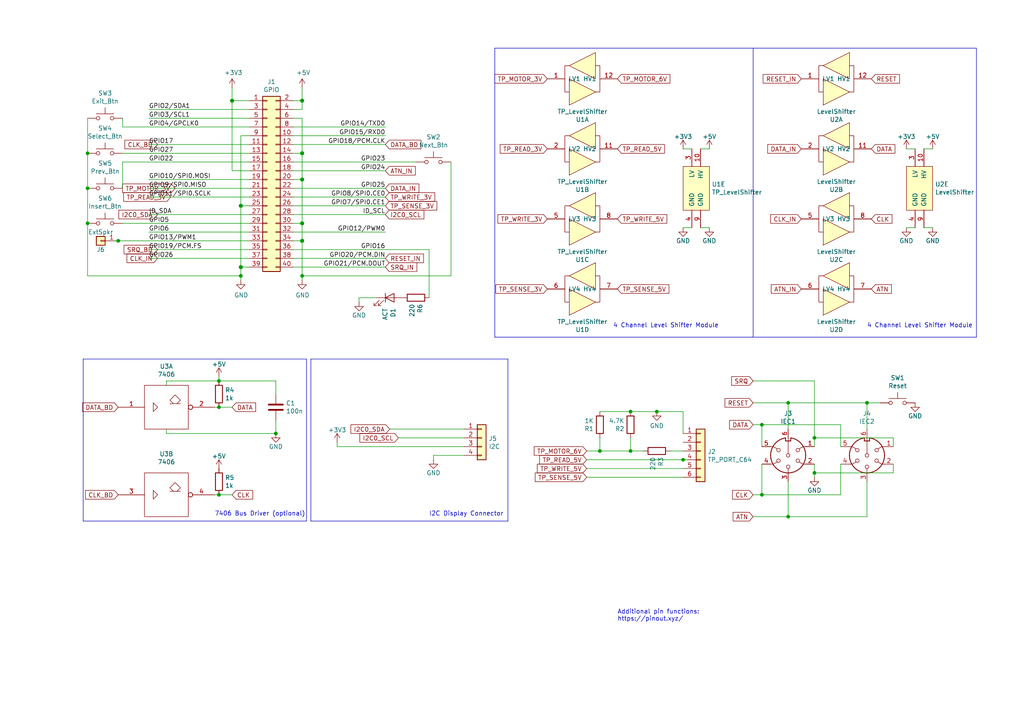
<source format=kicad_sch>
(kicad_sch (version 20230121) (generator eeschema)
  (paper "A4")
  (title_block (date "15 nov 2012"))
  (lib_symbols
    (symbol "Connector:DIN-6" (pin_names (offset 1.016))
      (property "Reference" "J" (at 3.175 5.715 0))
      (property "Value" "DIN-6" (at 4.445 -4.445 0))
      (symbol "DIN-6_0_1"
        (arc (start -5.08 0) (mid -3.8609 -3.3364) (end -0.762 -5.08) (stroke (width 0.254)))
        (circle (center -2.794 -1.524) (radius 0.508))
        (circle (center -2.794 1.524) (radius 0.508))
        (polyline (pts (xy 0 -5.08) (xy 0 -0.508)))
        (polyline (pts (xy 0 5.08) (xy 0 3.81)))
        (polyline (pts (xy -5.08 -2.54) (xy -4.318 -2.54) (xy -3.175 -1.905)))
        (polyline (pts (xy -5.08 2.54) (xy -4.318 2.54) (xy -3.175 1.905)))
        (polyline (pts (xy 5.08 -2.54) (xy 4.318 -2.54) (xy 3.175 -1.905)))
        (polyline (pts (xy 5.08 2.54) (xy 4.318 2.54) (xy 3.175 1.905)))
        (polyline (pts (xy -0.762 -4.953) (xy -0.762 -4.191) (xy 0.762 -4.191) (xy 0.762 -4.953)) (stroke (width 0.254)))
        (circle (center 0 0) (radius 0.508))
        (circle (center 0 3.302) (radius 0.508))
        (arc (start 0.762 -5.08) (mid 3.8685 -3.343) (end 5.08 0) (stroke (width 0.254)))
        (circle (center 2.794 -1.524) (radius 0.508))
        (circle (center 2.794 1.524) (radius 0.508))
        (arc (start 5.08 0) (mid 0 5.0579) (end -5.08 0) (stroke (width 0.254)))
      )
      (symbol "DIN-6_1_1"
        (pin passive line (at -7.62 -2.54 0) (length 2.54) (name "~") (number "1"))
        (pin passive line (at -7.62 2.54 0) (length 2.54) (name "~") (number "2"))
        (pin passive line (at 0 7.62 270) (length 2.54) (name "~") (number "3"))
        (pin passive line (at 7.62 2.54 180) (length 2.54) (name "~") (number "4"))
        (pin passive line (at 7.62 -2.54 180) (length 2.54) (name "~") (number "5"))
        (pin passive line (at 0 -7.62 90) (length 2.54) (name "~") (number "6"))
      )
    )
    (symbol "Connector_Generic:Conn_02x20_Odd_Even" (pin_names (offset 1.016) hide)
      (property "Reference" "J" (at 1.27 25.4 0))
      (property "Value" "Conn_02x20_Odd_Even" (at 1.27 -27.94 0))
      (symbol "Conn_02x20_Odd_Even_1_1"
        (rectangle (start -1.27 -25.273) (end 0 -25.527) (stroke (width 0.1524)))
        (rectangle (start -1.27 -22.733) (end 0 -22.987) (stroke (width 0.1524)))
        (rectangle (start -1.27 -20.193) (end 0 -20.447) (stroke (width 0.1524)))
        (rectangle (start -1.27 -17.653) (end 0 -17.907) (stroke (width 0.1524)))
        (rectangle (start -1.27 -15.113) (end 0 -15.367) (stroke (width 0.1524)))
        (rectangle (start -1.27 -12.573) (end 0 -12.827) (stroke (width 0.1524)))
        (rectangle (start -1.27 -10.033) (end 0 -10.287) (stroke (width 0.1524)))
        (rectangle (start -1.27 -7.493) (end 0 -7.747) (stroke (width 0.1524)))
        (rectangle (start -1.27 -4.953) (end 0 -5.207) (stroke (width 0.1524)))
        (rectangle (start -1.27 -2.413) (end 0 -2.667) (stroke (width 0.1524)))
        (rectangle (start -1.27 0.127) (end 0 -0.127) (stroke (width 0.1524)))
        (rectangle (start -1.27 2.667) (end 0 2.413) (stroke (width 0.1524)))
        (rectangle (start -1.27 5.207) (end 0 4.953) (stroke (width 0.1524)))
        (rectangle (start -1.27 7.747) (end 0 7.493) (stroke (width 0.1524)))
        (rectangle (start -1.27 10.287) (end 0 10.033) (stroke (width 0.1524)))
        (rectangle (start -1.27 12.827) (end 0 12.573) (stroke (width 0.1524)))
        (rectangle (start -1.27 15.367) (end 0 15.113) (stroke (width 0.1524)))
        (rectangle (start -1.27 17.907) (end 0 17.653) (stroke (width 0.1524)))
        (rectangle (start -1.27 20.447) (end 0 20.193) (stroke (width 0.1524)))
        (rectangle (start -1.27 22.987) (end 0 22.733) (stroke (width 0.1524)))
        (rectangle (start -1.27 24.13) (end 3.81 -26.67) (stroke (width 0.254)) (fill (type background)))
        (rectangle (start 3.81 -25.273) (end 2.54 -25.527) (stroke (width 0.1524)))
        (rectangle (start 3.81 -22.733) (end 2.54 -22.987) (stroke (width 0.1524)))
        (rectangle (start 3.81 -20.193) (end 2.54 -20.447) (stroke (width 0.1524)))
        (rectangle (start 3.81 -17.653) (end 2.54 -17.907) (stroke (width 0.1524)))
        (rectangle (start 3.81 -15.113) (end 2.54 -15.367) (stroke (width 0.1524)))
        (rectangle (start 3.81 -12.573) (end 2.54 -12.827) (stroke (width 0.1524)))
        (rectangle (start 3.81 -10.033) (end 2.54 -10.287) (stroke (width 0.1524)))
        (rectangle (start 3.81 -7.493) (end 2.54 -7.747) (stroke (width 0.1524)))
        (rectangle (start 3.81 -4.953) (end 2.54 -5.207) (stroke (width 0.1524)))
        (rectangle (start 3.81 -2.413) (end 2.54 -2.667) (stroke (width 0.1524)))
        (rectangle (start 3.81 0.127) (end 2.54 -0.127) (stroke (width 0.1524)))
        (rectangle (start 3.81 2.667) (end 2.54 2.413) (stroke (width 0.1524)))
        (rectangle (start 3.81 5.207) (end 2.54 4.953) (stroke (width 0.1524)))
        (rectangle (start 3.81 7.747) (end 2.54 7.493) (stroke (width 0.1524)))
        (rectangle (start 3.81 10.287) (end 2.54 10.033) (stroke (width 0.1524)))
        (rectangle (start 3.81 12.827) (end 2.54 12.573) (stroke (width 0.1524)))
        (rectangle (start 3.81 15.367) (end 2.54 15.113) (stroke (width 0.1524)))
        (rectangle (start 3.81 17.907) (end 2.54 17.653) (stroke (width 0.1524)))
        (rectangle (start 3.81 20.447) (end 2.54 20.193) (stroke (width 0.1524)))
        (rectangle (start 3.81 22.987) (end 2.54 22.733) (stroke (width 0.1524)))
        (pin passive line (at -5.08 22.86 0) (length 3.81) (name "Pin_1") (number "1"))
        (pin passive line (at 7.62 12.7 180) (length 3.81) (name "Pin_10") (number "10"))
        (pin passive line (at -5.08 10.16 0) (length 3.81) (name "Pin_11") (number "11"))
        (pin passive line (at 7.62 10.16 180) (length 3.81) (name "Pin_12") (number "12"))
        (pin passive line (at -5.08 7.62 0) (length 3.81) (name "Pin_13") (number "13"))
        (pin passive line (at 7.62 7.62 180) (length 3.81) (name "Pin_14") (number "14"))
        (pin passive line (at -5.08 5.08 0) (length 3.81) (name "Pin_15") (number "15"))
        (pin passive line (at 7.62 5.08 180) (length 3.81) (name "Pin_16") (number "16"))
        (pin passive line (at -5.08 2.54 0) (length 3.81) (name "Pin_17") (number "17"))
        (pin passive line (at 7.62 2.54 180) (length 3.81) (name "Pin_18") (number "18"))
        (pin passive line (at -5.08 0 0) (length 3.81) (name "Pin_19") (number "19"))
        (pin passive line (at 7.62 22.86 180) (length 3.81) (name "Pin_2") (number "2"))
        (pin passive line (at 7.62 0 180) (length 3.81) (name "Pin_20") (number "20"))
        (pin passive line (at -5.08 -2.54 0) (length 3.81) (name "Pin_21") (number "21"))
        (pin passive line (at 7.62 -2.54 180) (length 3.81) (name "Pin_22") (number "22"))
        (pin passive line (at -5.08 -5.08 0) (length 3.81) (name "Pin_23") (number "23"))
        (pin passive line (at 7.62 -5.08 180) (length 3.81) (name "Pin_24") (number "24"))
        (pin passive line (at -5.08 -7.62 0) (length 3.81) (name "Pin_25") (number "25"))
        (pin passive line (at 7.62 -7.62 180) (length 3.81) (name "Pin_26") (number "26"))
        (pin passive line (at -5.08 -10.16 0) (length 3.81) (name "Pin_27") (number "27"))
        (pin passive line (at 7.62 -10.16 180) (length 3.81) (name "Pin_28") (number "28"))
        (pin passive line (at -5.08 -12.7 0) (length 3.81) (name "Pin_29") (number "29"))
        (pin passive line (at -5.08 20.32 0) (length 3.81) (name "Pin_3") (number "3"))
        (pin passive line (at 7.62 -12.7 180) (length 3.81) (name "Pin_30") (number "30"))
        (pin passive line (at -5.08 -15.24 0) (length 3.81) (name "Pin_31") (number "31"))
        (pin passive line (at 7.62 -15.24 180) (length 3.81) (name "Pin_32") (number "32"))
        (pin passive line (at -5.08 -17.78 0) (length 3.81) (name "Pin_33") (number "33"))
        (pin passive line (at 7.62 -17.78 180) (length 3.81) (name "Pin_34") (number "34"))
        (pin passive line (at -5.08 -20.32 0) (length 3.81) (name "Pin_35") (number "35"))
        (pin passive line (at 7.62 -20.32 180) (length 3.81) (name "Pin_36") (number "36"))
        (pin passive line (at -5.08 -22.86 0) (length 3.81) (name "Pin_37") (number "37"))
        (pin passive line (at 7.62 -22.86 180) (length 3.81) (name "Pin_38") (number "38"))
        (pin passive line (at -5.08 -25.4 0) (length 3.81) (name "Pin_39") (number "39"))
        (pin passive line (at 7.62 20.32 180) (length 3.81) (name "Pin_4") (number "4"))
        (pin passive line (at 7.62 -25.4 180) (length 3.81) (name "Pin_40") (number "40"))
        (pin passive line (at -5.08 17.78 0) (length 3.81) (name "Pin_5") (number "5"))
        (pin passive line (at 7.62 17.78 180) (length 3.81) (name "Pin_6") (number "6"))
        (pin passive line (at -5.08 15.24 0) (length 3.81) (name "Pin_7") (number "7"))
        (pin passive line (at 7.62 15.24 180) (length 3.81) (name "Pin_8") (number "8"))
        (pin passive line (at -5.08 12.7 0) (length 3.81) (name "Pin_9") (number "9"))
      )
    )
    (symbol "Pi1541io-rescue:+3.3V-power" (power) (pin_names (offset 0))
      (property "Value" "+3.3V-power" (at 0 3.556 0))
      (symbol "+3.3V-power_0_1"
        (polyline (pts (xy -0.762 1.27) (xy 0 2.54)))
        (polyline (pts (xy 0 0) (xy 0 2.54)))
        (polyline (pts (xy 0 2.54) (xy 0.762 1.27)))
      )
      (symbol "+3.3V-power_1_1"
        (pin power_in line (at 0 0 90) (length 0) hide (name "+3V3") (number "1"))
      )
    )
    (symbol "Pi1541io-rescue:7406-Logic_TTL_IEEE" (pin_names (offset 0.762))
      (property "Reference" "U" (at 3.81 7.62 0))
      (property "Value" "Logic_TTL_IEEE:7406" (at 6.35 -8.89 0))
      (symbol "7406-Logic_TTL_IEEE_0_0"
        (polyline (pts (xy -3.81 1.27) (xy -3.81 -1.27) (xy -2.54 0) (xy -3.81 1.27) (xy -3.81 1.27)))
        (polyline (pts (xy 3.048 1.016) (xy 4.064 2.032) (xy 2.54 3.556) (xy 1.016 2.032) (xy 2.032 1.016) (xy 1.016 1.016) (xy 4.064 1.016) (xy 4.064 1.016)))
      )
      (symbol "7406-Logic_TTL_IEEE_0_1"
        (rectangle (start -6.35 6.35) (end 6.35 -6.35))
        (pin power_in line (at 0 6.35 270) (length 0) hide (name "Vcc") (number "14"))
        (pin power_in line (at 0 -6.35 90) (length 0) hide (name "Gnd") (number "7"))
      )
      (symbol "7406-Logic_TTL_IEEE_1_1"
        (pin input line (at -13.97 0 0) (length 7.62) (name "~") (number "1"))
        (pin open_collector inverted (at 13.97 0 180) (length 7.62) (name "~") (number "2"))
      )
      (symbol "7406-Logic_TTL_IEEE_2_1"
        (pin input line (at -13.97 0 0) (length 7.62) (name "~") (number "3"))
        (pin open_collector inverted (at 13.97 0 180) (length 7.62) (name "~") (number "4"))
      )
      (symbol "7406-Logic_TTL_IEEE_3_1"
        (pin input line (at -13.97 0 0) (length 7.62) (name "~") (number "5"))
        (pin open_collector inverted (at 13.97 0 180) (length 7.62) (name "~") (number "6"))
      )
      (symbol "7406-Logic_TTL_IEEE_4_1"
        (pin open_collector inverted (at 13.97 0 180) (length 7.62) (name "~") (number "8"))
        (pin input line (at -13.97 0 0) (length 7.62) (name "~") (number "9"))
      )
      (symbol "7406-Logic_TTL_IEEE_5_1"
        (pin open_collector inverted (at 13.97 0 180) (length 7.62) (name "~") (number "10"))
        (pin input line (at -13.97 0 0) (length 7.62) (name "~") (number "11"))
      )
      (symbol "7406-Logic_TTL_IEEE_6_1"
        (pin open_collector inverted (at 13.97 0 180) (length 7.62) (name "~") (number "12"))
        (pin input line (at -13.97 0 0) (length 7.62) (name "~") (number "13"))
      )
    )
    (symbol "Pi1541io-rescue:C-device" (pin_numbers hide) (pin_names (offset 0.254))
      (property "Reference" "C" (at 0.635 2.54 0))
      (property "Value" "device:C" (at 0.635 -2.54 0))
      (symbol "C-device_0_1"
        (polyline (pts (xy -2.032 -0.762) (xy 2.032 -0.762)) (stroke (width 0.508)))
        (polyline (pts (xy -2.032 0.762) (xy 2.032 0.762)) (stroke (width 0.508)))
      )
      (symbol "C-device_1_1"
        (pin passive line (at 0 3.81 270) (length 2.794) (name "~") (number "1"))
        (pin passive line (at 0 -3.81 90) (length 2.794) (name "~") (number "2"))
      )
    )
    (symbol "Pi1541io-rescue:LED-device" (pin_numbers hide) (pin_names (offset 1.016) hide)
      (property "Reference" "D" (at 0 2.54 0))
      (property "Value" "device:LED" (at 0 -2.54 0))
      (symbol "LED-device_0_1"
        (polyline (pts (xy -1.27 -1.27) (xy -1.27 1.27)) (stroke (width 0.2032)))
        (polyline (pts (xy -1.27 0) (xy 1.27 0)))
        (polyline (pts (xy 1.27 -1.27) (xy 1.27 1.27) (xy -1.27 0) (xy 1.27 -1.27)) (stroke (width 0.2032)))
        (polyline (pts (xy -3.048 -0.762) (xy -4.572 -2.286) (xy -3.81 -2.286) (xy -4.572 -2.286) (xy -4.572 -1.524)))
        (polyline (pts (xy -1.778 -0.762) (xy -3.302 -2.286) (xy -2.54 -2.286) (xy -3.302 -2.286) (xy -3.302 -1.524)))
      )
      (symbol "LED-device_1_1"
        (pin passive line (at -3.81 0 0) (length 2.54) (name "K") (number "1"))
        (pin passive line (at 3.81 0 180) (length 2.54) (name "A") (number "2"))
      )
    )
    (symbol "Pi1541io-rescue:R-device" (pin_numbers hide) (pin_names (offset 0))
      (property "Reference" "R" (at 2.032 0 90))
      (property "Value" "device:R" (at 0 0 90))
      (symbol "R-device_0_1"
        (rectangle (start -1.016 -2.54) (end 1.016 2.54) (stroke (width 0.254)))
      )
      (symbol "R-device_1_1"
        (pin passive line (at 0 3.81 270) (length 1.27) (name "~") (number "1"))
        (pin passive line (at 0 -3.81 90) (length 1.27) (name "~") (number "2"))
      )
    )
    (symbol "Pi1541io:Conn_01x04-Connector" (pin_names (offset 1.016) hide)
      (property "Reference" "J" (at 0 5.08 0))
      (property "Value" "Conn_01x04-Connector" (at 0 -7.62 0))
      (symbol "Conn_01x04-Connector_1_1"
        (rectangle (start -1.27 -4.953) (end 0 -5.207) (stroke (width 0.1524)))
        (rectangle (start -1.27 -2.413) (end 0 -2.667) (stroke (width 0.1524)))
        (rectangle (start -1.27 0.127) (end 0 -0.127) (stroke (width 0.1524)))
        (rectangle (start -1.27 2.667) (end 0 2.413) (stroke (width 0.1524)))
        (rectangle (start -1.27 3.81) (end 1.27 -6.35) (stroke (width 0.254)) (fill (type background)))
        (pin passive line (at -5.08 2.54 0) (length 3.81) (name "Pin_1") (number "1"))
        (pin passive line (at -5.08 0 0) (length 3.81) (name "Pin_2") (number "2"))
        (pin passive line (at -5.08 -2.54 0) (length 3.81) (name "Pin_3") (number "3"))
        (pin passive line (at -5.08 -5.08 0) (length 3.81) (name "Pin_4") (number "4"))
      )
    )
    (symbol "Switch:SW_Push" (pin_numbers hide) (pin_names (offset 1.016) hide)
      (property "Reference" "SW" (at 1.27 2.54 0))
      (property "Value" "SW_Push" (at 0 -1.524 0))
      (symbol "SW_Push_0_1"
        (circle (center -2.032 0) (radius 0.508))
        (polyline (pts (xy 0 1.27) (xy 0 3.048)))
        (polyline (pts (xy 2.54 1.27) (xy -2.54 1.27)))
        (circle (center 2.032 0) (radius 0.508))
        (pin passive line (at -5.08 0 0) (length 2.54) (name "1") (number "1"))
        (pin passive line (at 5.08 0 180) (length 2.54) (name "2") (number "2"))
      )
    )
    (symbol "conn:Conn_01x01" (pin_names (offset 1.016) hide)
      (property "Reference" "J" (at 0 2.54 0))
      (property "Value" "Conn_01x01" (at 0 -2.54 0))
      (symbol "Conn_01x01_1_1"
        (rectangle (start -1.27 0.127) (end 0 -0.127) (stroke (width 0.1524)))
        (rectangle (start -1.27 1.27) (end 1.27 -1.27) (stroke (width 0.254)) (fill (type background)))
        (pin passive line (at -5.08 0 0) (length 3.81) (name "Pin_1") (number "1"))
      )
    )
    (symbol "conn:Conn_01x06" (pin_names (offset 1.016) hide)
      (property "Reference" "J" (at 0 7.62 0))
      (property "Value" "Conn_01x06" (at 0 -10.16 0))
      (symbol "Conn_01x06_1_1"
        (rectangle (start -1.27 -7.493) (end 0 -7.747) (stroke (width 0.1524)))
        (rectangle (start -1.27 -4.953) (end 0 -5.207) (stroke (width 0.1524)))
        (rectangle (start -1.27 -2.413) (end 0 -2.667) (stroke (width 0.1524)))
        (rectangle (start -1.27 0.127) (end 0 -0.127) (stroke (width 0.1524)))
        (rectangle (start -1.27 2.667) (end 0 2.413) (stroke (width 0.1524)))
        (rectangle (start -1.27 5.207) (end 0 4.953) (stroke (width 0.1524)))
        (rectangle (start -1.27 6.35) (end 1.27 -8.89) (stroke (width 0.254)) (fill (type background)))
        (pin passive line (at -5.08 5.08 0) (length 3.81) (name "Pin_1") (number "1"))
        (pin passive line (at -5.08 2.54 0) (length 3.81) (name "Pin_2") (number "2"))
        (pin passive line (at -5.08 0 0) (length 3.81) (name "Pin_3") (number "3"))
        (pin passive line (at -5.08 -2.54 0) (length 3.81) (name "Pin_4") (number "4"))
        (pin passive line (at -5.08 -5.08 0) (length 3.81) (name "Pin_5") (number "5"))
        (pin passive line (at -5.08 -7.62 0) (length 3.81) (name "Pin_6") (number "6"))
      )
    )
    (symbol "hackup:LevelShifterModule4CH" (pin_names (offset 1.016))
      (property "Reference" "U" (at -6.35 5.08 0))
      (property "Value" "LevelShifterModule4CH" (at -15.24 -5.08 0))
      (symbol "LevelShifterModule4CH_1_0"
        (pin bidirectional line (at -10.16 0 0) (length 5.08) (name "LV1") (number "1"))
        (pin bidirectional line (at 10.16 0 180) (length 5.08) (name "HV1") (number "12"))
      )
      (symbol "LevelShifterModule4CH_1_1"
        (polyline (pts (xy -3.81 0) (xy 3.81 -3.81) (xy -3.81 -7.62) (xy -3.81 0)) (fill (type background)))
        (polyline (pts (xy -3.81 3.81) (xy -5.08 3.81) (xy -5.08 -3.81) (xy -3.81 -3.81)))
        (polyline (pts (xy 3.81 -3.81) (xy 5.08 -3.81) (xy 5.08 3.81) (xy 3.81 3.81)))
        (polyline (pts (xy 3.81 0) (xy -3.81 3.81) (xy 3.81 7.62) (xy 3.81 0)) (fill (type background)))
      )
      (symbol "LevelShifterModule4CH_2_0"
        (pin bidirectional line (at 10.16 0 180) (length 5.08) (name "HV2") (number "11"))
        (pin bidirectional line (at -10.16 0 0) (length 5.08) (name "LV2") (number "2"))
      )
      (symbol "LevelShifterModule4CH_2_1"
        (polyline (pts (xy -3.81 0) (xy 3.81 -3.81) (xy -3.81 -7.62) (xy -3.81 0)) (fill (type background)))
        (polyline (pts (xy -3.81 3.81) (xy -5.08 3.81) (xy -5.08 -3.81) (xy -3.81 -3.81)))
        (polyline (pts (xy 3.81 -3.81) (xy 5.08 -3.81) (xy 5.08 3.81) (xy 3.81 3.81)))
        (polyline (pts (xy 3.81 0) (xy -3.81 3.81) (xy 3.81 7.62) (xy 3.81 0)) (fill (type background)))
      )
      (symbol "LevelShifterModule4CH_3_0"
        (pin bidirectional line (at -10.16 0 0) (length 5.08) (name "LV3") (number "5"))
        (pin bidirectional line (at 10.16 0 180) (length 5.08) (name "HV3") (number "8"))
      )
      (symbol "LevelShifterModule4CH_3_1"
        (polyline (pts (xy -3.81 0) (xy 3.81 -3.81) (xy -3.81 -7.62) (xy -3.81 0)) (fill (type background)))
        (polyline (pts (xy -3.81 3.81) (xy -5.08 3.81) (xy -5.08 -3.81) (xy -3.81 -3.81)))
        (polyline (pts (xy 3.81 -3.81) (xy 5.08 -3.81) (xy 5.08 3.81) (xy 3.81 3.81)))
        (polyline (pts (xy 3.81 0) (xy -3.81 3.81) (xy 3.81 7.62) (xy 3.81 0)) (fill (type background)))
      )
      (symbol "LevelShifterModule4CH_4_0"
        (pin bidirectional line (at -10.16 0 0) (length 5.08) (name "LV4") (number "6"))
        (pin bidirectional line (at 10.16 0 180) (length 5.08) (name "HV4") (number "7"))
      )
      (symbol "LevelShifterModule4CH_4_1"
        (polyline (pts (xy -3.81 0) (xy 3.81 -3.81) (xy -3.81 -7.62) (xy -3.81 0)) (fill (type background)))
        (polyline (pts (xy -3.81 3.81) (xy -5.08 3.81) (xy -5.08 -3.81) (xy -3.81 -3.81)))
        (polyline (pts (xy 3.81 -3.81) (xy 5.08 -3.81) (xy 5.08 3.81) (xy 3.81 3.81)))
        (polyline (pts (xy 3.81 0) (xy -3.81 3.81) (xy 3.81 7.62) (xy 3.81 0)) (fill (type background)))
      )
      (symbol "LevelShifterModule4CH_5_0"
        (pin power_in line (at 1.27 11.43 270) (length 5.08) (name "HV") (number "10"))
        (pin power_in line (at -1.27 11.43 270) (length 5.08) (name "LV") (number "3"))
        (pin power_in line (at -1.27 -11.43 90) (length 5.08) (name "GND") (number "4"))
        (pin power_in line (at 1.27 -11.43 90) (length 5.08) (name "GND") (number "9"))
      )
      (symbol "LevelShifterModule4CH_5_1"
        (rectangle (start -3.81 6.35) (end 3.81 -6.35) (fill (type background)))
      )
    )
    (symbol "power:+3.3V" (power) (pin_names (offset 0))
      (property "Value" "+3.3V" (at 0 3.556 0))
      (symbol "+3.3V_0_1"
        (polyline (pts (xy -0.762 1.27) (xy 0 2.54)))
        (polyline (pts (xy 0 0) (xy 0 2.54)))
        (polyline (pts (xy 0 2.54) (xy 0.762 1.27)))
      )
      (symbol "+3.3V_1_1"
        (pin power_in line (at 0 0 90) (length 0) hide (name "+3V3") (number "1"))
      )
    )
    (symbol "power:+5V" (power) (pin_names (offset 0))
      (property "Value" "+5V" (at 0 3.556 0))
      (symbol "+5V_0_1"
        (polyline (pts (xy -0.762 1.27) (xy 0 2.54)))
        (polyline (pts (xy 0 0) (xy 0 2.54)))
        (polyline (pts (xy 0 2.54) (xy 0.762 1.27)))
      )
      (symbol "+5V_1_1"
        (pin power_in line (at 0 0 90) (length 0) hide (name "+5V") (number "1"))
      )
    )
    (symbol "power:GND" (power) (pin_names (offset 0))
      (property "Value" "GND" (at 0 -3.81 0))
      (symbol "GND_0_1"
        (polyline (pts (xy 0 0) (xy 0 -1.27) (xy 1.27 -1.27) (xy 0 -2.54) (xy -1.27 -1.27) (xy 0 -1.27)))
      )
      (symbol "GND_1_1"
        (pin power_in line (at 0 0 270) (length 0) hide (name "GND") (number "1"))
      )
    )
  )
  (junction (at 87.63 64.77) (diameter 1.016))
  (junction (at 67.31 29.21) (diameter 1.016))
  (junction (at 87.63 69.85) (diameter 1.016))
  (junction (at 220.98 123.19))
  (junction (at 87.63 80.01))
  (junction (at 182.88 119.38))
  (junction (at 228.6 116.84))
  (junction (at 63.5 118.11))
  (junction (at 25.4 54.61))
  (junction (at 69.85 59.69) (diameter 1.016))
  (junction (at 63.5 110.49))
  (junction (at 236.22 137.16))
  (junction (at 87.63 52.07) (diameter 1.016))
  (junction (at 236.22 127))
  (junction (at 198.12 133.35))
  (junction (at 87.63 44.45) (diameter 1.016))
  (junction (at 220.98 143.51))
  (junction (at 25.4 64.77))
  (junction (at 80.01 125.73))
  (junction (at 190.5 119.38))
  (junction (at 25.4 44.45))
  (junction (at 173.99 130.81))
  (junction (at 63.5 143.51))
  (junction (at 251.46 116.84))
  (junction (at 228.6 149.86))
  (junction (at 69.85 80.01))
  (junction (at 182.88 130.81))
  (junction (at 34.29 69.85))
  (junction (at 69.85 77.47) (diameter 1.016))
  (junction (at 87.63 29.21) (diameter 1.016))
  (wire (pts (xy 69.85 59.69) (xy 69.85 77.47)))
  (wire (pts (xy 85.09 59.69) (xy 111.76 59.69)))
  (wire (pts (xy 243.84 143.51) (xy 220.98 143.51)))
  (wire (pts (xy 72.39 41.91) (xy 43.18 41.91)))
  (wire (pts (xy 35.56 46.99) (xy 35.56 54.61)))
  (wire (pts (xy 134.62 132.08) (xy 125.73 132.08)))
  (wire (pts (xy 265.43 43.18) (xy 262.89 43.18)))
  (wire (pts (xy 170.18 130.81) (xy 173.99 130.81)))
  (polyline (pts (xy 143.51 97.79) (xy 283.21 97.79)))
  (wire (pts (xy 87.63 34.29) (xy 87.63 44.45)))
  (wire (pts (xy 87.63 52.07) (xy 85.09 52.07)))
  (wire (pts (xy 109.22 86.36) (xy 104.14 86.36)))
  (polyline (pts (xy 147.32 104.14) (xy 90.17 104.14)))
  (wire (pts (xy 63.5 110.49) (xy 80.01 110.49)))
  (wire (pts (xy 87.63 64.77) (xy 87.63 69.85)))
  (wire (pts (xy 190.5 119.38) (xy 198.12 119.38)))
  (polyline (pts (xy 143.51 13.97) (xy 143.51 97.79)))
  (wire (pts (xy 34.29 69.85) (xy 72.39 69.85)))
  (wire (pts (xy 35.56 36.83) (xy 35.56 34.29)))
  (wire (pts (xy 62.23 118.11) (xy 63.5 118.11)))
  (wire (pts (xy 97.79 129.54) (xy 134.62 129.54)))
  (wire (pts (xy 87.63 52.07) (xy 87.63 64.77)))
  (wire (pts (xy 85.09 36.83) (xy 111.76 36.83)))
  (wire (pts (xy 198.12 133.35) (xy 199.39 133.35)))
  (wire (pts (xy 69.85 39.37) (xy 69.85 59.69)))
  (wire (pts (xy 170.18 133.35) (xy 198.12 133.35)))
  (polyline (pts (xy 88.9 151.13) (xy 88.9 104.14)))
  (wire (pts (xy 220.98 143.51) (xy 218.44 143.51)))
  (wire (pts (xy 220.98 123.19) (xy 218.44 123.19)))
  (wire (pts (xy 97.79 128.27) (xy 97.79 129.54)))
  (wire (pts (xy 25.4 64.77) (xy 25.4 80.01)))
  (wire (pts (xy 251.46 149.86) (xy 228.6 149.86)))
  (wire (pts (xy 243.84 123.19) (xy 243.84 129.54)))
  (wire (pts (xy 198.12 119.38) (xy 198.12 125.73)))
  (polyline (pts (xy 90.17 104.14) (xy 90.17 151.13)))
  (wire (pts (xy 48.26 124.46) (xy 48.26 125.73)))
  (wire (pts (xy 69.85 39.37) (xy 72.39 39.37)))
  (polyline (pts (xy 90.17 151.13) (xy 147.32 151.13)))
  (wire (pts (xy 85.09 57.15) (xy 111.76 57.15)))
  (polyline (pts (xy 88.9 151.13) (xy 24.13 151.13)))
  (wire (pts (xy 255.27 116.84) (xy 251.46 116.84)))
  (wire (pts (xy 72.39 62.23) (xy 43.18 62.23)))
  (wire (pts (xy 69.85 80.01) (xy 69.85 81.28)))
  (wire (pts (xy 35.56 64.77) (xy 72.39 64.77)))
  (wire (pts (xy 267.97 66.04) (xy 270.51 66.04)))
  (wire (pts (xy 236.22 110.49) (xy 218.44 110.49)))
  (wire (pts (xy 200.66 43.18) (xy 198.12 43.18)))
  (wire (pts (xy 80.01 110.49) (xy 80.01 114.3)))
  (wire (pts (xy 80.01 125.73) (xy 80.01 121.92)))
  (wire (pts (xy 69.85 59.69) (xy 72.39 59.69)))
  (wire (pts (xy 124.46 72.39) (xy 124.46 86.36)))
  (wire (pts (xy 25.4 80.01) (xy 69.85 80.01)))
  (wire (pts (xy 186.69 130.81) (xy 182.88 130.81)))
  (wire (pts (xy 85.09 46.99) (xy 120.65 46.99)))
  (wire (pts (xy 63.5 118.11) (xy 67.31 118.11)))
  (wire (pts (xy 236.22 127) (xy 236.22 110.49)))
  (wire (pts (xy 85.09 77.47) (xy 111.76 77.47)))
  (wire (pts (xy 69.85 77.47) (xy 69.85 80.01)))
  (wire (pts (xy 35.56 44.45) (xy 72.39 44.45)))
  (wire (pts (xy 220.98 123.19) (xy 243.84 123.19)))
  (wire (pts (xy 265.43 66.04) (xy 262.89 66.04)))
  (wire (pts (xy 25.4 34.29) (xy 25.4 44.45)))
  (wire (pts (xy 267.97 43.18) (xy 270.51 43.18)))
  (wire (pts (xy 67.31 25.4) (xy 67.31 29.21)))
  (wire (pts (xy 87.63 80.01) (xy 87.63 81.28)))
  (wire (pts (xy 236.22 138.43) (xy 236.22 137.16)))
  (wire (pts (xy 25.4 44.45) (xy 25.4 54.61)))
  (wire (pts (xy 125.73 132.08) (xy 125.73 133.35)))
  (wire (pts (xy 259.08 134.62) (xy 259.08 137.16)))
  (wire (pts (xy 134.62 124.46) (xy 113.03 124.46)))
  (wire (pts (xy 182.88 130.81) (xy 182.88 127)))
  (wire (pts (xy 87.63 69.85) (xy 85.09 69.85)))
  (polyline (pts (xy 218.44 13.97) (xy 218.44 97.79)))
  (wire (pts (xy 203.2 66.04) (xy 205.74 66.04)))
  (wire (pts (xy 43.18 34.29) (xy 72.39 34.29)))
  (wire (pts (xy 25.4 54.61) (xy 25.4 64.77)))
  (wire (pts (xy 43.18 57.15) (xy 72.39 57.15)))
  (wire (pts (xy 182.88 119.38) (xy 190.5 119.38)))
  (wire (pts (xy 67.31 49.53) (xy 72.39 49.53)))
  (wire (pts (xy 72.39 31.75) (xy 43.18 31.75)))
  (wire (pts (xy 63.5 110.49) (xy 63.5 109.22)))
  (wire (pts (xy 87.63 29.21) (xy 87.63 31.75)))
  (polyline (pts (xy 283.21 13.97) (xy 143.51 13.97)))
  (wire (pts (xy 87.63 44.45) (xy 87.63 52.07)))
  (wire (pts (xy 85.09 41.91) (xy 111.76 41.91)))
  (wire (pts (xy 251.46 124.46) (xy 251.46 116.84)))
  (wire (pts (xy 87.63 44.45) (xy 85.09 44.45)))
  (wire (pts (xy 87.63 25.4) (xy 87.63 29.21)))
  (wire (pts (xy 228.6 149.86) (xy 218.44 149.86)))
  (wire (pts (xy 35.56 36.83) (xy 72.39 36.83)))
  (wire (pts (xy 87.63 29.21) (xy 85.09 29.21)))
  (wire (pts (xy 67.31 29.21) (xy 67.31 49.53)))
  (wire (pts (xy 85.09 49.53) (xy 111.76 49.53)))
  (wire (pts (xy 85.09 39.37) (xy 111.76 39.37)))
  (wire (pts (xy 228.6 139.7) (xy 228.6 149.86)))
  (wire (pts (xy 200.66 66.04) (xy 198.12 66.04)))
  (wire (pts (xy 220.98 134.62) (xy 220.98 143.51)))
  (wire (pts (xy 182.88 130.81) (xy 173.99 130.81)))
  (wire (pts (xy 35.56 46.99) (xy 72.39 46.99)))
  (wire (pts (xy 43.18 54.61) (xy 72.39 54.61)))
  (wire (pts (xy 259.08 129.54) (xy 259.08 127)))
  (wire (pts (xy 228.6 116.84) (xy 251.46 116.84)))
  (wire (pts (xy 220.98 129.54) (xy 220.98 123.19)))
  (polyline (pts (xy 147.32 151.13) (xy 147.32 104.14)))
  (wire (pts (xy 43.18 67.31) (xy 72.39 67.31)))
  (wire (pts (xy 87.63 31.75) (xy 85.09 31.75)))
  (wire (pts (xy 228.6 116.84) (xy 218.44 116.84)))
  (wire (pts (xy 130.81 80.01) (xy 130.81 46.99)))
  (wire (pts (xy 43.18 72.39) (xy 72.39 72.39)))
  (wire (pts (xy 134.62 127) (xy 115.57 127)))
  (wire (pts (xy 85.09 72.39) (xy 124.46 72.39)))
  (wire (pts (xy 85.09 67.31) (xy 111.76 67.31)))
  (wire (pts (xy 69.85 77.47) (xy 72.39 77.47)))
  (wire (pts (xy 85.09 74.93) (xy 111.76 74.93)))
  (wire (pts (xy 173.99 130.81) (xy 173.99 127)))
  (wire (pts (xy 228.6 124.46) (xy 228.6 116.84)))
  (polyline (pts (xy 24.13 104.14) (xy 24.13 151.13)))
  (wire (pts (xy 87.63 34.29) (xy 85.09 34.29)))
  (wire (pts (xy 43.18 74.93) (xy 72.39 74.93)))
  (wire (pts (xy 87.63 80.01) (xy 130.81 80.01)))
  (wire (pts (xy 259.08 137.16) (xy 236.22 137.16)))
  (wire (pts (xy 48.26 110.49) (xy 63.5 110.49)))
  (wire (pts (xy 48.26 125.73) (xy 80.01 125.73)))
  (wire (pts (xy 251.46 139.7) (xy 251.46 149.86)))
  (wire (pts (xy 173.99 119.38) (xy 182.88 119.38)))
  (wire (pts (xy 87.63 69.85) (xy 87.63 80.01)))
  (wire (pts (xy 85.09 54.61) (xy 111.76 54.61)))
  (wire (pts (xy 33.02 69.85) (xy 34.29 69.85)))
  (polyline (pts (xy 283.21 97.79) (xy 283.21 13.97)))
  (wire (pts (xy 236.22 127) (xy 236.22 129.54)))
  (wire (pts (xy 236.22 137.16) (xy 236.22 134.62)))
  (wire (pts (xy 259.08 127) (xy 236.22 127)))
  (wire (pts (xy 170.18 135.89) (xy 198.12 135.89)))
  (polyline (pts (xy 88.9 104.14) (xy 24.13 104.14)))
  (wire (pts (xy 87.63 64.77) (xy 85.09 64.77)))
  (wire (pts (xy 194.31 130.81) (xy 198.12 130.81)))
  (wire (pts (xy 48.26 111.76) (xy 48.26 110.49)))
  (wire (pts (xy 67.31 29.21) (xy 72.39 29.21)))
  (wire (pts (xy 170.18 138.43) (xy 198.12 138.43)))
  (wire (pts (xy 104.14 86.36) (xy 104.14 87.63)))
  (wire (pts (xy 203.2 43.18) (xy 205.74 43.18)))
  (wire (pts (xy 62.23 143.51) (xy 63.5 143.51)))
  (wire (pts (xy 72.39 52.07) (xy 43.18 52.07)))
  (wire (pts (xy 85.09 62.23) (xy 111.76 62.23)))
  (wire (pts (xy 63.5 143.51) (xy 67.31 143.51)))
  (wire (pts (xy 243.84 134.62) (xy 243.84 143.51)))
  (text "7406 Bus Driver (optional)" (at 62.23 149.86 0) (effects (font (size 1.27 1.27)) (justify left bottom)))
  (text "4 Channel Level Shifter Module" (at 177.8 95.25 0) (effects (font (size 1.27 1.27)) (justify left bottom)))
  (text "4 Channel Level Shifter Module" (at 251.46 95.25 0) (effects (font (size 1.27 1.27)) (justify left bottom)))
  (text "I2C Display Connector" (at 124.46 149.86 0) (effects (font (size 1.27 1.27)) (justify left bottom)))
  (text "Additional pin functions:\nhttps://pinout.xyz/" (at 179.07 180.34 0) (effects (font (size 1.27 1.27)) (justify left bottom)))
  (label "ID_SDA" (at 43.18 62.23 0))
  (label "GPIO6" (at 43.18 67.31 0))
  (label "ID_SCL" (at 111.76 62.23 180))
  (label "GPIO5" (at 43.18 64.77 0))
  (label "GPIO21{slash}PCM.DOUT" (at 111.76 77.47 180))
  (label "GPIO19{slash}PCM.FS" (at 43.18 72.39 0))
  (label "GPIO10{slash}SPI0.MOSI" (at 43.18 52.07 0))
  (label "GPIO9{slash}SPI0.MISO" (at 43.18 54.61 0))
  (label "GPIO23" (at 111.76 46.99 180))
  (label "GPIO4{slash}GPCLK0" (at 43.18 36.83 0))
  (label "GPIO27" (at 43.18 44.45 0))
  (label "GPIO26" (at 43.18 74.93 0))
  (label "GPIO14{slash}TXD0" (at 111.76 36.83 180))
  (label "GPIO8{slash}SPI0.CE0" (at 111.76 57.15 180))
  (label "GPIO15{slash}RXD0" (at 111.76 39.37 180))
  (label "GPIO16" (at 111.76 72.39 180))
  (label "GPIO22" (at 43.18 46.99 0))
  (label "GPIO2{slash}SDA1" (at 43.18 31.75 0))
  (label "GPIO17" (at 43.18 41.91 0))
  (label "GPIO25" (at 111.76 54.61 180))
  (label "GPIO3{slash}SCL1" (at 43.18 34.29 0))
  (label "GPIO18{slash}PCM.CLK" (at 111.76 41.91 180))
  (label "GPIO12{slash}PWM0" (at 111.76 67.31 180))
  (label "GPIO13{slash}PWM1" (at 43.18 69.85 0))
  (label "GPIO20{slash}PCM.DIN" (at 111.76 74.93 180))
  (label "GPIO24" (at 111.76 49.53 180))
  (label "GPIO7{slash}SPI0.CE1" (at 111.76 59.69 180))
  (label "GPIO11{slash}SPI0.SCLK" (at 43.18 57.15 0))
  (global_label "RESET_IN" (shape input) (at 111.76 74.93 0) (property "Intersheetrefs" "${INTERSHEET_REFS}" (effects hide)))
  (global_label "TP_WRITE_5V" (shape input) (at 170.18 135.89 180) (property "Intersheetrefs" "${INTERSHEET_REFS}" (effects hide)))
  (global_label "RESET_IN" (shape input) (at 232.41 22.86 180) (property "Intersheetrefs" "${INTERSHEET_REFS}" (effects hide)))
  (global_label "TP_SENSE_5V" (shape input) (at 170.18 138.43 180) (property "Intersheetrefs" "${INTERSHEET_REFS}" (effects hide)))
  (global_label "RESET" (shape input) (at 218.44 116.84 180) (property "Intersheetrefs" "${INTERSHEET_REFS}" (effects hide)))
  (global_label "I2C0_SCL" (shape input) (at 115.57 127 180) (property "Intersheetrefs" "${INTERSHEET_REFS}" (effects hide)))
  (global_label "DATA_BD" (shape input) (at 34.29 118.11 180) (property "Intersheetrefs" "${INTERSHEET_REFS}" (effects hide)))
  (global_label "DATA" (shape input) (at 67.31 118.11 0) (property "Intersheetrefs" "${INTERSHEET_REFS}" (effects hide)))
  (global_label "DATA_BD" (shape input) (at 111.76 41.91 0) (property "Intersheetrefs" "${INTERSHEET_REFS}" (effects hide)))
  (global_label "ATN_IN" (shape input) (at 111.76 49.53 0) (property "Intersheetrefs" "${INTERSHEET_REFS}" (effects hide)))
  (global_label "CLK_IN" (shape input) (at 232.41 63.5 180) (property "Intersheetrefs" "${INTERSHEET_REFS}" (effects hide)))
  (global_label "TP_READ_5V" (shape input) (at 179.07 43.18 0) (property "Intersheetrefs" "${INTERSHEET_REFS}" (effects hide)))
  (global_label "I2C0_SDA" (shape input) (at 45.72 62.23 180) (property "Intersheetrefs" "${INTERSHEET_REFS}" (effects hide)))
  (global_label "DATA_IN" (shape input) (at 232.41 43.18 180) (property "Intersheetrefs" "${INTERSHEET_REFS}" (effects hide)))
  (global_label "TP_WRITE_5V" (shape input) (at 179.07 63.5 0) (property "Intersheetrefs" "${INTERSHEET_REFS}" (effects hide)))
  (global_label "CLK_BD" (shape input) (at 34.29 143.51 180) (property "Intersheetrefs" "${INTERSHEET_REFS}" (effects hide)))
  (global_label "TP_MOTOR_6V" (shape input) (at 170.18 130.81 180) (property "Intersheetrefs" "${INTERSHEET_REFS}" (effects hide)))
  (global_label "TP_SENSE_5V" (shape input) (at 179.07 83.82 0) (property "Intersheetrefs" "${INTERSHEET_REFS}" (effects hide)))
  (global_label "TP_WRITE_3V" (shape input) (at 158.75 63.5 180) (property "Intersheetrefs" "${INTERSHEET_REFS}" (effects hide)))
  (global_label "SRQ_IN" (shape input) (at 111.76 77.47 0) (property "Intersheetrefs" "${INTERSHEET_REFS}" (effects hide)))
  (global_label "CLK_BD" (shape input) (at 45.72 41.91 180) (property "Intersheetrefs" "${INTERSHEET_REFS}" (effects hide)))
  (global_label "DATA" (shape input) (at 252.73 43.18 0) (property "Intersheetrefs" "${INTERSHEET_REFS}" (effects hide)))
  (global_label "ATN_IN" (shape input) (at 232.41 83.82 180) (property "Intersheetrefs" "${INTERSHEET_REFS}" (effects hide)))
  (global_label "DATA" (shape input) (at 218.44 123.19 180) (property "Intersheetrefs" "${INTERSHEET_REFS}" (effects hide)))
  (global_label "TP_SENSE_3V" (shape input) (at 158.75 83.82 180) (property "Intersheetrefs" "${INTERSHEET_REFS}" (effects hide)))
  (global_label "CLK" (shape input) (at 252.73 63.5 0) (property "Intersheetrefs" "${INTERSHEET_REFS}" (effects hide)))
  (global_label "TP_MOTOR_6V" (shape input) (at 179.07 22.86 0) (property "Intersheetrefs" "${INTERSHEET_REFS}" (effects hide)))
  (global_label "TP_WRITE_3V" (shape input) (at 111.76 57.15 0) (property "Intersheetrefs" "${INTERSHEET_REFS}" (effects hide)))
  (global_label "RESET" (shape input) (at 252.73 22.86 0) (property "Intersheetrefs" "${INTERSHEET_REFS}" (effects hide)))
  (global_label "SRQ_BD" (shape input) (at 45.72 72.39 180) (property "Intersheetrefs" "${INTERSHEET_REFS}" (effects hide)))
  (global_label "ATN" (shape input) (at 218.44 149.86 180) (property "Intersheetrefs" "${INTERSHEET_REFS}" (effects hide)))
  (global_label "ATN" (shape input) (at 252.73 83.82 0) (property "Intersheetrefs" "${INTERSHEET_REFS}" (effects hide)))
  (global_label "I2C0_SDA" (shape input) (at 113.03 124.46 180) (property "Intersheetrefs" "${INTERSHEET_REFS}" (effects hide)))
  (global_label "TP_READ_3V" (shape input) (at 158.75 43.18 180) (property "Intersheetrefs" "${INTERSHEET_REFS}" (effects hide)))
  (global_label "I2C0_SCL" (shape input) (at 111.76 62.23 0) (property "Intersheetrefs" "${INTERSHEET_REFS}" (effects hide)))
  (global_label "TP_SENSE_3V" (shape input) (at 111.76 59.69 0) (property "Intersheetrefs" "${INTERSHEET_REFS}" (effects hide)))
  (global_label "CLK" (shape input) (at 67.31 143.51 0) (property "Intersheetrefs" "${INTERSHEET_REFS}" (effects hide)))
  (global_label "TP_MOTOR_3V" (shape input) (at 158.75 22.86 180) (property "Intersheetrefs" "${INTERSHEET_REFS}" (effects hide)))
  (global_label "TP_READ_3V" (shape input) (at 49.53 57.15 180) (property "Intersheetrefs" "${INTERSHEET_REFS}" (effects hide)))
  (global_label "CLK" (shape input) (at 218.44 143.51 180) (property "Intersheetrefs" "${INTERSHEET_REFS}" (effects hide)))
  (global_label "TP_MOTOR_3V" (shape input) (at 50.8 54.61 180) (property "Intersheetrefs" "${INTERSHEET_REFS}" (effects hide)))
  (global_label "SRQ" (shape input) (at 218.44 110.49 180) (property "Intersheetrefs" "${INTERSHEET_REFS}" (effects hide)))
  (global_label "CLK_IN" (shape input) (at 45.72 74.93 180) (property "Intersheetrefs" "${INTERSHEET_REFS}" (effects hide)))
  (global_label "TP_READ_5V" (shape input) (at 170.18 133.35 180) (property "Intersheetrefs" "${INTERSHEET_REFS}" (effects hide)))
  (global_label "DATA_IN" (shape input) (at 111.76 54.61 0) (property "Intersheetrefs" "${INTERSHEET_REFS}" (effects hide)))
  (symbol (lib_id "power:+5V") (at 87.63 25.4 0) (unit 1)
    (property "Reference" "#PWR01" (effects hide))
    (property "Value" "+5V" (at 87.9983 21.0756 0))
  )
  (symbol (lib_id "power:+3.3V") (at 67.31 25.4 0) (unit 1)
    (property "Reference" "#PWR04" (effects hide))
    (property "Value" "+3.3V" (at 67.6783 21.0756 0))
  )
  (symbol (lib_id "power:GND") (at 87.63 81.28 0) (unit 1)
    (property "Reference" "#PWR02" (effects hide))
    (property "Value" "GND" (at 87.7443 85.6044 0))
  )
  (symbol (lib_id "power:GND") (at 69.85 81.28 0) (unit 1)
    (property "Reference" "#PWR03" (effects hide))
    (property "Value" "GND" (at 69.9643 85.6044 0))
  )
  (symbol (lib_id "Connector_Generic:Conn_02x20_Odd_Even") (at 77.47 52.07 0) (unit 1)
    (property "Reference" "J1" (at 78.74 23.7298 0))
    (property "Value" "GPIO" (at 78.74 26.035 0))
    (property "Footprint" "Connector_PinSocket_2.54mm:PinSocket_2x20_P2.54mm_Vertical" (effects hide))
  )
  (symbol (lib_id "power:GND") (at 198.12 66.04 0) (unit 1)
    (property "Reference" "#PWR07" (effects hide))
    (property "Value" "GND" (at 198.12 69.85 0))
  )
  (symbol (lib_id "Pi1541io-rescue:R-device") (at 190.5 130.81 270) (unit 1)
    (property "Reference" "R3" (at 191.6684 132.588 0) (effects (justify left)))
    (property "Value" "220" (at 189.357 132.588 0) (effects (justify left)))
    (property "Footprint" "Resistor_THT:R_Axial_DIN0207_L6.3mm_D2.5mm_P7.62mm_Horizontal" (effects hide))
  )
  (symbol (lib_id "Pi1541io-rescue:R-device") (at 182.88 123.19 180) (unit 1)
    (property "Reference" "R2" (at 181.102 124.3584 0) (effects (justify left)))
    (property "Value" "4.7K" (at 181.102 122.047 0) (effects (justify left)))
    (property "Footprint" "Resistor_THT:R_Axial_DIN0207_L6.3mm_D2.5mm_P7.62mm_Horizontal" (effects hide))
  )
  (symbol (lib_id "power:GND") (at 190.5 119.38 0) (unit 1)
    (property "Reference" "#PWR05" (effects hide))
    (property "Value" "GND" (at 190.5 123.5131 0))
  )
  (symbol (lib_id "Pi1541io-rescue:R-device") (at 173.99 123.19 180) (unit 1)
    (property "Reference" "R1" (at 172.212 124.3584 0) (effects (justify left)))
    (property "Value" "1K" (at 172.212 122.047 0) (effects (justify left)))
    (property "Footprint" "Resistor_THT:R_Axial_DIN0207_L6.3mm_D2.5mm_P7.62mm_Horizontal" (effects hide))
  )
  (symbol (lib_id "Switch:SW_Push") (at 260.35 116.84 0) (unit 1)
    (property "Reference" "SW1" (at 260.35 109.601 0))
    (property "Value" "Reset" (at 260.35 111.9124 0))
    (property "Footprint" "Button_Switch_THT:SW_PUSH_6mm" (effects hide))
  )
  (symbol (lib_id "hackup:LevelShifterModule4CH") (at 242.57 83.82 0) (unit 4)
    (property "Reference" "U2" (at 242.57 95.631 0))
    (property "Value" "LevelShifter" (at 242.57 93.3196 0))
    (property "Footprint" "importedprints:LevelShifterModule4CH" (effects hide))
  )
  (symbol (lib_id "power:GND") (at 205.74 66.04 0) (unit 1)
    (property "Reference" "#PWR09" (effects hide))
    (property "Value" "GND" (at 205.74 69.85 0))
  )
  (symbol (lib_id "hackup:LevelShifterModule4CH") (at 242.57 22.86 0) (unit 1)
    (property "Reference" "U2" (at 242.57 34.671 0))
    (property "Value" "LevelShifter" (at 242.57 32.3596 0))
    (property "Footprint" "importedprints:LevelShifterModule4CH" (effects hide))
  )
  (symbol (lib_id "hackup:LevelShifterModule4CH") (at 168.91 43.18 0) (unit 2)
    (property "Reference" "U1" (at 168.91 54.991 0))
    (property "Value" "TP_LevelShifter" (at 168.91 52.6796 0))
    (property "Footprint" "importedprints:LevelShifterModule4CH" (effects hide))
  )
  (symbol (lib_id "Pi1541io:Conn_01x04-Connector") (at 139.7 127 0) (unit 1)
    (property "Reference" "J5" (at 141.732 127.2032 0) (effects (justify left)))
    (property "Value" "I2C" (at 141.732 129.5146 0) (effects (justify left)))
    (property "Footprint" "importedprints:Socket_Strip_Straight_1x04_Pitch2.54mm" (effects hide))
  )
  (symbol (lib_id "Switch:SW_Push") (at 30.48 44.45 0) (unit 1)
    (property "Reference" "SW4" (at 30.48 37.211 0))
    (property "Value" "Select_Btn" (at 30.48 39.5224 0))
    (property "Footprint" "importedprints:SW_Tactile_SPST_Angled_PTS645Vx83-2LFS" (effects hide))
  )
  (symbol (lib_id "Switch:SW_Push") (at 30.48 64.77 0) (unit 1)
    (property "Reference" "SW6" (at 30.48 57.531 0))
    (property "Value" "Insert_Btn" (at 30.48 59.8424 0))
    (property "Footprint" "importedprints:SW_Tactile_SPST_Angled_PTS645Vx83-2LFS" (effects hide))
  )
  (symbol (lib_id "Pi1541io-rescue:+3.3V-power") (at 262.89 43.18 0) (unit 1)
    (property "Reference" "#PWR011" (effects hide))
    (property "Value" "+3.3V" (at 262.89 39.624 0))
  )
  (symbol (lib_id "hackup:LevelShifterModule4CH") (at 201.93 54.61 0) (unit 5)
    (property "Reference" "U1" (at 206.4512 53.4416 0) (effects (justify left)))
    (property "Value" "TP_LevelShifter" (at 206.4512 55.753 0) (effects (justify left)))
    (property "Footprint" "importedprints:LevelShifterModule4CH" (effects hide))
  )
  (symbol (lib_id "power:+5V") (at 205.74 43.18 0) (unit 1)
    (property "Reference" "#PWR08" (effects hide))
    (property "Value" "+5V" (at 205.74 39.624 0))
  )
  (symbol (lib_id "hackup:LevelShifterModule4CH") (at 242.57 43.18 0) (unit 2)
    (property "Reference" "U2" (at 242.57 54.991 0))
    (property "Value" "LevelShifter" (at 242.57 52.6796 0))
    (property "Footprint" "importedprints:LevelShifterModule4CH" (effects hide))
  )
  (symbol (lib_id "Pi1541io-rescue:+3.3V-power") (at 97.79 128.27 0) (unit 1)
    (property "Reference" "#PWR019" (effects hide))
    (property "Value" "+3.3V" (at 97.79 124.714 0))
  )
  (symbol (lib_id "Pi1541io-rescue:7406-Logic_TTL_IEEE") (at 48.26 118.11 0) (unit 1)
    (property "Reference" "U3" (at 48.26 106.2736 0))
    (property "Value" "7406" (at 48.26 108.585 0))
    (property "Footprint" "Package_DIP:DIP-14_W7.62mm" (effects hide))
  )
  (symbol (lib_id "hackup:LevelShifterModule4CH") (at 168.91 63.5 0) (unit 3)
    (property "Reference" "U1" (at 168.91 75.311 0))
    (property "Value" "TP_LevelShifter" (at 168.91 72.9996 0))
    (property "Footprint" "importedprints:LevelShifterModule4CH" (effects hide))
  )
  (symbol (lib_id "Switch:SW_Push") (at 30.48 34.29 0) (unit 1)
    (property "Reference" "SW3" (at 30.48 27.051 0))
    (property "Value" "Exit_Btn" (at 30.48 29.3624 0))
    (property "Footprint" "importedprints:SW_Tactile_SPST_Angled_PTS645Vx83-2LFS" (effects hide))
  )
  (symbol (lib_id "Pi1541io-rescue:C-device") (at 80.01 118.11 0) (unit 1)
    (property "Reference" "C1" (at 82.931 116.9416 0) (effects (justify left)))
    (property "Value" "100n" (at 82.931 119.253 0) (effects (justify left)))
    (property "Footprint" "Capacitor_THT:C_Disc_D4.3mm_W1.9mm_P5.00mm" (effects hide))
  )
  (symbol (lib_id "power:GND") (at 125.73 133.35 0) (unit 1)
    (property "Reference" "#PWR020" (effects hide))
    (property "Value" "GND" (at 125.73 137.16 0))
  )
  (symbol (lib_id "Pi1541io-rescue:LED-device") (at 113.03 86.36 0) (unit 1)
    (property "Reference" "D1" (at 113.9952 89.3572 90) (effects (justify right)))
    (property "Value" "ACT" (at 111.6838 89.3572 90) (effects (justify right)))
    (property "Footprint" "importedprints:LED_D3.0mm" (effects hide))
  )
  (symbol (lib_id "Connector:DIN-6") (at 251.46 132.08 180) (unit 1)
    (property "Reference" "J4" (at 251.46 119.9388 0))
    (property "Value" "IEC2" (at 251.46 122.2502 0))
    (property "Footprint" "importedprints:DIN-6-Variable" (effects hide))
    (property "Datasheet" "http://www.mouser.com/ds/2/18/40_c091_abd_e-75918.pdf" (effects hide))
  )
  (symbol (lib_id "Pi1541io-rescue:R-device") (at 63.5 114.3 0) (unit 1)
    (property "Reference" "R4" (at 65.278 113.1316 0) (effects (justify left)))
    (property "Value" "1k" (at 65.278 115.443 0) (effects (justify left)))
    (property "Footprint" "Resistor_THT:R_Axial_DIN0207_L6.3mm_D2.5mm_P7.62mm_Horizontal" (effects hide))
  )
  (symbol (lib_id "hackup:LevelShifterModule4CH") (at 242.57 63.5 0) (unit 3)
    (property "Reference" "U2" (at 242.57 75.311 0))
    (property "Value" "LevelShifter" (at 242.57 72.9996 0))
    (property "Footprint" "importedprints:LevelShifterModule4CH" (effects hide))
  )
  (symbol (lib_id "Pi1541io-rescue:7406-Logic_TTL_IEEE") (at 48.26 143.51 0) (unit 2)
    (property "Reference" "U3" (at 48.26 131.6736 0))
    (property "Value" "7406" (at 48.26 133.985 0))
    (property "Footprint" "Package_DIP:DIP-14_W7.62mm" (effects hide))
  )
  (symbol (lib_id "Pi1541io-rescue:R-device") (at 63.5 139.7 0) (unit 1)
    (property "Reference" "R5" (at 65.278 138.5316 0) (effects (justify left)))
    (property "Value" "1k" (at 65.278 140.843 0) (effects (justify left)))
    (property "Footprint" "Resistor_THT:R_Axial_DIN0207_L6.3mm_D2.5mm_P7.62mm_Horizontal" (effects hide))
  )
  (symbol (lib_id "hackup:LevelShifterModule4CH") (at 168.91 83.82 0) (unit 4)
    (property "Reference" "U1" (at 168.91 95.631 0))
    (property "Value" "TP_LevelShifter" (at 168.91 93.3196 0))
    (property "Footprint" "importedprints:LevelShifterModule4CH" (effects hide))
  )
  (symbol (lib_id "hackup:LevelShifterModule4CH") (at 266.7 54.61 0) (unit 5)
    (property "Reference" "U2" (at 271.2212 53.4416 0) (effects (justify left)))
    (property "Value" "LevelShifter" (at 271.2212 55.753 0) (effects (justify left)))
    (property "Footprint" "importedprints:LevelShifterModule4CH" (effects hide))
  )
  (symbol (lib_id "Pi1541io-rescue:R-device") (at 120.65 86.36 270) (unit 1)
    (property "Reference" "R6" (at 121.8184 88.138 0) (effects (justify left)))
    (property "Value" "220" (at 119.507 88.138 0) (effects (justify left)))
    (property "Footprint" "Resistor_THT:R_Axial_DIN0207_L6.3mm_D2.5mm_P7.62mm_Horizontal" (effects hide))
  )
  (symbol (lib_id "power:+5V") (at 270.51 43.18 0) (unit 1)
    (property "Reference" "#PWR014" (effects hide))
    (property "Value" "+5V" (at 270.51 39.624 0))
  )
  (symbol (lib_id "power:+5V") (at 63.5 109.22 0) (unit 1)
    (property "Reference" "#PWR016" (effects hide))
    (property "Value" "+5V" (at 63.5 105.664 0))
  )
  (symbol (lib_id "power:GND") (at 80.01 125.73 0) (unit 1)
    (property "Reference" "#PWR018" (effects hide))
    (property "Value" "GND" (at 80.01 129.54 0))
  )
  (symbol (lib_id "power:GND") (at 262.89 66.04 0) (unit 1)
    (property "Reference" "#PWR012" (effects hide))
    (property "Value" "GND" (at 262.89 69.85 0))
  )
  (symbol (lib_id "Switch:SW_Push") (at 125.73 46.99 0) (mirror y) (unit 1)
    (property "Reference" "SW2" (at 125.73 39.751 0))
    (property "Value" "Next_Btn" (at 125.73 42.0624 0))
    (property "Footprint" "importedprints:SW_Tactile_SPST_Angled_PTS645Vx83-2LFS" (effects hide))
  )
  (symbol (lib_id "power:GND") (at 236.22 138.43 0) (unit 1)
    (property "Reference" "#PWR010" (effects hide))
    (property "Value" "GND" (at 236.22 142.24 0))
  )
  (symbol (lib_id "conn:Conn_01x06") (at 203.2 130.81 0) (unit 1)
    (property "Reference" "J2" (at 205.232 131.0132 0) (effects (justify left)))
    (property "Value" "TP_PORT_C64" (at 205.232 133.3246 0) (effects (justify left)))
    (property "Footprint" "Connector_PinHeader_2.54mm:PinHeader_1x06_P2.54mm_Vertical" (effects hide))
  )
  (symbol (lib_id "Pi1541io-rescue:+3.3V-power") (at 198.12 43.18 0) (unit 1)
    (property "Reference" "#PWR06" (effects hide))
    (property "Value" "+3.3V" (at 198.12 39.624 0))
  )
  (symbol (lib_id "power:GND") (at 104.14 87.63 0) (unit 1)
    (property "Reference" "#PWR021" (effects hide))
    (property "Value" "GND" (at 104.14 91.44 0))
  )
  (symbol (lib_id "power:GND") (at 270.51 66.04 0) (unit 1)
    (property "Reference" "#PWR015" (effects hide))
    (property "Value" "GND" (at 270.51 69.85 0))
  )
  (symbol (lib_id "Switch:SW_Push") (at 30.48 54.61 0) (unit 1)
    (property "Reference" "SW5" (at 30.48 47.371 0))
    (property "Value" "Prev_Btn" (at 30.48 49.6824 0))
    (property "Footprint" "importedprints:SW_Tactile_SPST_Angled_PTS645Vx83-2LFS" (effects hide))
  )
  (symbol (lib_id "hackup:LevelShifterModule4CH") (at 168.91 22.86 0) (unit 1)
    (property "Reference" "U1" (at 168.91 34.671 0))
    (property "Value" "TP_LevelShifter" (at 168.91 32.3596 0))
    (property "Footprint" "importedprints:LevelShifterModule4CH" (effects hide))
  )
  (symbol (lib_id "Connector:DIN-6") (at 228.6 132.08 180) (unit 1)
    (property "Reference" "J3" (at 228.6 119.9388 0))
    (property "Value" "IEC1" (at 228.6 122.2502 0))
    (property "Footprint" "importedprints:DIN-6-Variable" (effects hide))
    (property "Datasheet" "http://www.mouser.com/ds/2/18/40_c091_abd_e-75918.pdf" (effects hide))
  )
  (symbol (lib_id "power:+5V") (at 63.5 135.89 0) (unit 1)
    (property "Reference" "#PWR017" (effects hide))
    (property "Value" "+5V" (at 63.5 132.334 0))
  )
  (symbol (lib_id "conn:Conn_01x01") (at 29.21 69.85 180) (unit 1)
    (property "Reference" "J6" (at 29.21 72.39 0))
    (property "Value" "ExtSpkr" (at 29.21 67.31 0))
    (property "Footprint" "Connector_PinHeader_2.54mm:PinHeader_1x01_P2.54mm_Vertical" (effects hide))
  )
  (symbol (lib_id "power:GND") (at 265.43 116.84 0) (unit 1)
    (property "Reference" "#PWR013" (effects hide))
    (property "Value" "GND" (at 265.43 120.65 0))
  )
)
</source>
